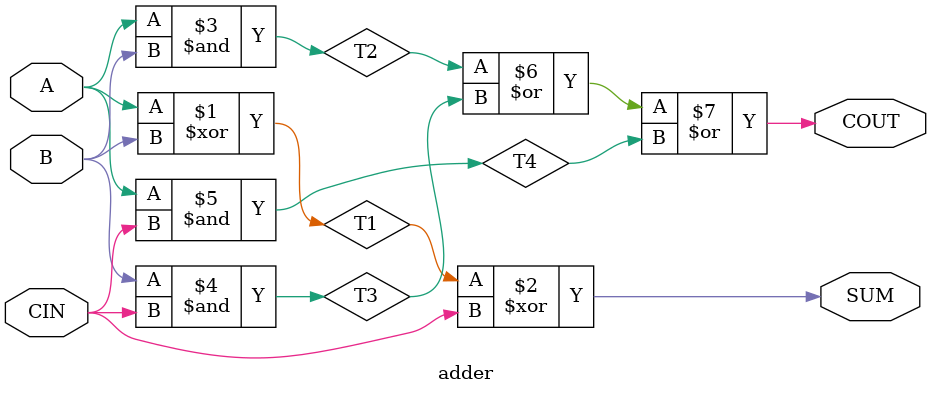
<source format=v>
module adder (
	input A,
	input B,
	input CIN,
	output SUM,
	output COUT
	);
	wire T1, T2, T3, T4;
	xor #1
		X1 (T1, A, B),
		X2 (SUM, T1, CIN);
	and #1
		A1 (T2, A, B),
		A2 (T3, B, CIN),
		A3 (T4, A, CIN);
	or #1
		O1 (COUT, T2, T3, T4);
endmodule
</source>
